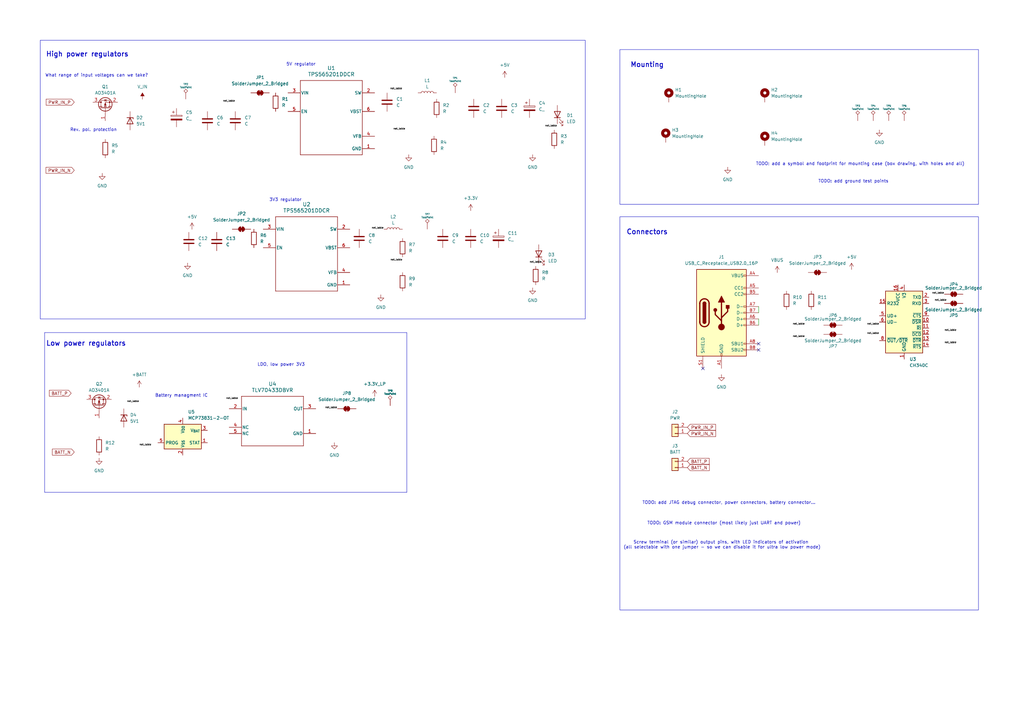
<source format=kicad_sch>
(kicad_sch (version 20231120) (generator "eeschema") (generator_version "8.0")
  (paper "A3")
  (title_block (title "Power input, misc") (date "2024-07-30") (rev "v0.1") (company "Aleksa Heler"))
  (lib_symbols
    (symbol "Battery_Management:MCP73831-2-OT"
      (property "Reference" "U" (at -7.62 6.35 0))
      (property "Value" "MCP73831-2-OT" (at 1.27 6.35 0))
      (symbol "MCP73831-2-OT_0_1"
        (rectangle (start -7.62 5.08) (end 7.62 -5.08) (stroke (width 0.254)) (fill (type background)))
      )
      (symbol "MCP73831-2-OT_1_1"
        (pin tri_state line (at 10.16 -2.54 180) (length 2.54) (name "STAT") (number "1"))
        (pin power_in line (at 0 -7.62 90) (length 2.54) (name "V_{SS}") (number "2"))
        (pin power_out line (at 10.16 2.54 180) (length 2.54) (name "V_{BAT}") (number "3"))
        (pin power_in line (at 0 7.62 270) (length 2.54) (name "V_{DD}") (number "4"))
        (pin input line (at -10.16 -2.54 0) (length 2.54) (name "PROG") (number "5"))
      )
    )
    (symbol "Connector:TestPoint_Alt" (pin_numbers hide) (pin_names (offset 0.762) hide)
      (property "Reference" "TP" (at 0 6.858 0))
      (property "Value" "TestPoint_Alt" (at 0 5.08 0))
      (symbol "TestPoint_Alt_0_1"
        (polyline (pts (xy 0 2.54) (xy -0.762 3.302) (xy 0 4.064) (xy 0.762 3.302) (xy 0 2.54)))
      )
      (symbol "TestPoint_Alt_1_1"
        (pin passive line (at 0 0 90) (length 2.54) (name "1") (number "1"))
      )
    )
    (symbol "Connector:USB_C_Receptacle_USB2.0_16P" (pin_names (offset 1.016))
      (property "Reference" "J" (at 0 22.225 0))
      (property "Value" "USB_C_Receptacle_USB2.0_16P" (at 0 19.685 0))
      (symbol "USB_C_Receptacle_USB2.0_16P_0_0"
        (rectangle (start -0.254 -17.78) (end 0.254 -16.764))
        (rectangle (start 10.16 -14.986) (end 9.144 -15.494))
        (rectangle (start 10.16 -12.446) (end 9.144 -12.954))
        (rectangle (start 10.16 -4.826) (end 9.144 -5.334))
        (rectangle (start 10.16 -2.286) (end 9.144 -2.794))
        (rectangle (start 10.16 0.254) (end 9.144 -0.254))
        (rectangle (start 10.16 2.794) (end 9.144 2.286))
        (rectangle (start 10.16 7.874) (end 9.144 7.366))
        (rectangle (start 10.16 10.414) (end 9.144 9.906))
        (rectangle (start 10.16 15.494) (end 9.144 14.986))
      )
      (symbol "USB_C_Receptacle_USB2.0_16P_0_1"
        (rectangle (start -10.16 17.78) (end 10.16 -17.78) (stroke (width 0.254)) (fill (type background)))
        (arc (start -8.89 -3.81) (mid -6.985 -5.7067) (end -5.08 -3.81) (stroke (width 0.508)))
        (arc (start -7.62 -3.81) (mid -6.985 -4.4423) (end -6.35 -3.81) (stroke (width 0.254)))
        (arc (start -7.62 -3.81) (mid -6.985 -4.4423) (end -6.35 -3.81) (stroke (width 0.254)) (fill (type outline)))
        (rectangle (start -7.62 -3.81) (end -6.35 3.81) (stroke (width 0.254)) (fill (type outline)))
        (arc (start -6.35 3.81) (mid -6.985 4.4423) (end -7.62 3.81) (stroke (width 0.254)))
        (arc (start -6.35 3.81) (mid -6.985 4.4423) (end -7.62 3.81) (stroke (width 0.254)) (fill (type outline)))
        (arc (start -5.08 3.81) (mid -6.985 5.7067) (end -8.89 3.81) (stroke (width 0.508)))
        (circle (center -2.54 1.143) (radius 0.635) (stroke (width 0.254)) (fill (type outline)))
        (circle (center 0 -5.842) (radius 1.27) (fill (type outline)))
        (polyline (pts (xy -8.89 -3.81) (xy -8.89 3.81)) (stroke (width 0.508)))
        (polyline (pts (xy -5.08 3.81) (xy -5.08 -3.81)) (stroke (width 0.508)))
        (polyline (pts (xy 0 -5.842) (xy 0 4.318)) (stroke (width 0.508)))
        (polyline (pts (xy 0 -3.302) (xy -2.54 -0.762) (xy -2.54 0.508)) (stroke (width 0.508)))
        (polyline (pts (xy 0 -2.032) (xy 2.54 0.508) (xy 2.54 1.778)) (stroke (width 0.508)))
        (polyline (pts (xy -1.27 4.318) (xy 0 6.858) (xy 1.27 4.318) (xy -1.27 4.318)) (stroke (width 0.254)) (fill (type outline)))
        (rectangle (start 1.905 1.778) (end 3.175 3.048) (stroke (width 0.254)) (fill (type outline)))
      )
      (symbol "USB_C_Receptacle_USB2.0_16P_1_1"
        (pin passive line (at 0 -22.86 90) (length 5.08) (name "GND") (number "A1"))
        (pin passive line (at 0 -22.86 90) (length 5.08) hide (name "GND") (number "A12"))
        (pin passive line (at 15.24 15.24 180) (length 5.08) (name "VBUS") (number "A4"))
        (pin bidirectional line (at 15.24 10.16 180) (length 5.08) (name "CC1") (number "A5"))
        (pin bidirectional line (at 15.24 -2.54 180) (length 5.08) (name "D+") (number "A6"))
        (pin bidirectional line (at 15.24 2.54 180) (length 5.08) (name "D-") (number "A7"))
        (pin bidirectional line (at 15.24 -12.7 180) (length 5.08) (name "SBU1") (number "A8"))
        (pin passive line (at 15.24 15.24 180) (length 5.08) hide (name "VBUS") (number "A9"))
        (pin passive line (at 0 -22.86 90) (length 5.08) hide (name "GND") (number "B1"))
        (pin passive line (at 0 -22.86 90) (length 5.08) hide (name "GND") (number "B12"))
        (pin passive line (at 15.24 15.24 180) (length 5.08) hide (name "VBUS") (number "B4"))
        (pin bidirectional line (at 15.24 7.62 180) (length 5.08) (name "CC2") (number "B5"))
        (pin bidirectional line (at 15.24 -5.08 180) (length 5.08) (name "D+") (number "B6"))
        (pin bidirectional line (at 15.24 0 180) (length 5.08) (name "D-") (number "B7"))
        (pin bidirectional line (at 15.24 -15.24 180) (length 5.08) (name "SBU2") (number "B8"))
        (pin passive line (at 15.24 15.24 180) (length 5.08) hide (name "VBUS") (number "B9"))
        (pin passive line (at -7.62 -22.86 90) (length 5.08) (name "SHIELD") (number "S1"))
      )
    )
    (symbol "Connector_Generic:Conn_01x02" (pin_names (offset 1.016) hide)
      (property "Reference" "J" (at 0 2.54 0))
      (property "Value" "Conn_01x02" (at 0 -5.08 0))
      (symbol "Conn_01x02_1_1"
        (rectangle (start -1.27 -2.413) (end 0 -2.667) (stroke (width 0.1524)))
        (rectangle (start -1.27 0.127) (end 0 -0.127) (stroke (width 0.1524)))
        (rectangle (start -1.27 1.27) (end 1.27 -3.81) (stroke (width 0.254)) (fill (type background)))
        (pin passive line (at -5.08 0 0) (length 3.81) (name "Pin_1") (number "1"))
        (pin passive line (at -5.08 -2.54 0) (length 3.81) (name "Pin_2") (number "2"))
      )
    )
    (symbol "Device:C" (pin_numbers hide) (pin_names (offset 0.254))
      (property "Reference" "C" (at 0.635 2.54 0))
      (property "Value" "C" (at 0.635 -2.54 0))
      (symbol "C_0_1"
        (polyline (pts (xy -2.032 -0.762) (xy 2.032 -0.762)) (stroke (width 0.508)))
        (polyline (pts (xy -2.032 0.762) (xy 2.032 0.762)) (stroke (width 0.508)))
      )
      (symbol "C_1_1"
        (pin passive line (at 0 3.81 270) (length 2.794) (name "~") (number "1"))
        (pin passive line (at 0 -3.81 90) (length 2.794) (name "~") (number "2"))
      )
    )
    (symbol "Device:C_Polarized" (pin_numbers hide) (pin_names (offset 0.254))
      (property "Reference" "C" (at 0.635 2.54 0))
      (property "Value" "C_Polarized" (at 0.635 -2.54 0))
      (symbol "C_Polarized_0_1"
        (rectangle (start -2.286 0.508) (end 2.286 1.016))
        (polyline (pts (xy -1.778 2.286) (xy -0.762 2.286)))
        (polyline (pts (xy -1.27 2.794) (xy -1.27 1.778)))
        (rectangle (start 2.286 -0.508) (end -2.286 -1.016) (fill (type outline)))
      )
      (symbol "C_Polarized_1_1"
        (pin passive line (at 0 3.81 270) (length 2.794) (name "~") (number "1"))
        (pin passive line (at 0 -3.81 90) (length 2.794) (name "~") (number "2"))
      )
    )
    (symbol "Device:D_Zener" (pin_numbers hide) (pin_names (offset 1.016) hide)
      (property "Reference" "D" (at 0 2.54 0))
      (property "Value" "D_Zener" (at 0 -2.54 0))
      (symbol "D_Zener_0_1"
        (polyline (pts (xy 1.27 0) (xy -1.27 0)))
        (polyline (pts (xy -1.27 -1.27) (xy -1.27 1.27) (xy -0.762 1.27)) (stroke (width 0.254)))
        (polyline (pts (xy 1.27 -1.27) (xy 1.27 1.27) (xy -1.27 0) (xy 1.27 -1.27)) (stroke (width 0.254)))
      )
      (symbol "D_Zener_1_1"
        (pin passive line (at -3.81 0 0) (length 2.54) (name "K") (number "1"))
        (pin passive line (at 3.81 0 180) (length 2.54) (name "A") (number "2"))
      )
    )
    (symbol "Device:L" (pin_numbers hide) (pin_names (offset 1.016) hide)
      (property "Reference" "L" (at -1.27 0 90))
      (property "Value" "L" (at 1.905 0 90))
      (symbol "L_0_1"
        (arc (start 0 -2.54) (mid 0.6323 -1.905) (end 0 -1.27))
        (arc (start 0 -1.27) (mid 0.6323 -0.635) (end 0 0))
        (arc (start 0 0) (mid 0.6323 0.635) (end 0 1.27))
        (arc (start 0 1.27) (mid 0.6323 1.905) (end 0 2.54))
      )
      (symbol "L_1_1"
        (pin passive line (at 0 3.81 270) (length 1.27) (name "1") (number "1"))
        (pin passive line (at 0 -3.81 90) (length 1.27) (name "2") (number "2"))
      )
    )
    (symbol "Device:LED" (pin_numbers hide) (pin_names (offset 1.016) hide)
      (property "Reference" "D" (at 0 2.54 0))
      (property "Value" "LED" (at 0 -2.54 0))
      (symbol "LED_0_1"
        (polyline (pts (xy -1.27 -1.27) (xy -1.27 1.27)) (stroke (width 0.254)))
        (polyline (pts (xy -1.27 0) (xy 1.27 0)))
        (polyline (pts (xy 1.27 -1.27) (xy 1.27 1.27) (xy -1.27 0) (xy 1.27 -1.27)) (stroke (width 0.254)))
        (polyline (pts (xy -3.048 -0.762) (xy -4.572 -2.286) (xy -3.81 -2.286) (xy -4.572 -2.286) (xy -4.572 -1.524)))
        (polyline (pts (xy -1.778 -0.762) (xy -3.302 -2.286) (xy -2.54 -2.286) (xy -3.302 -2.286) (xy -3.302 -1.524)))
      )
      (symbol "LED_1_1"
        (pin passive line (at -3.81 0 0) (length 2.54) (name "K") (number "1"))
        (pin passive line (at 3.81 0 180) (length 2.54) (name "A") (number "2"))
      )
    )
    (symbol "Device:R" (pin_numbers hide) (pin_names (offset 0))
      (property "Reference" "R" (at 2.032 0 90))
      (property "Value" "R" (at 0 0 90))
      (symbol "R_0_1"
        (rectangle (start -1.016 -2.54) (end 1.016 2.54) (stroke (width 0.254)))
      )
      (symbol "R_1_1"
        (pin passive line (at 0 3.81 270) (length 1.27) (name "~") (number "1"))
        (pin passive line (at 0 -3.81 90) (length 1.27) (name "~") (number "2"))
      )
    )
    (symbol "Interface_USB:CH340C"
      (property "Reference" "U" (at -5.08 13.97 0))
      (property "Value" "CH340C" (at 1.27 13.97 0))
      (symbol "CH340C_0_1"
        (rectangle (start -7.62 12.7) (end 7.62 -12.7) (stroke (width 0.254)) (fill (type background)))
      )
      (symbol "CH340C_1_1"
        (pin power_in line (at 0 -15.24 90) (length 2.54) (name "GND") (number "1"))
        (pin input line (at 10.16 0 180) (length 2.54) (name "~{DSR}") (number "10"))
        (pin input line (at 10.16 -2.54 180) (length 2.54) (name "~{RI}") (number "11"))
        (pin input line (at 10.16 -5.08 180) (length 2.54) (name "~{DCD}") (number "12"))
        (pin output line (at 10.16 -7.62 180) (length 2.54) (name "~{DTR}") (number "13"))
        (pin output line (at 10.16 -10.16 180) (length 2.54) (name "~{RTS}") (number "14"))
        (pin input line (at -10.16 7.62 0) (length 2.54) (name "R232") (number "15"))
        (pin power_in line (at -2.54 15.24 270) (length 2.54) (name "VCC") (number "16"))
        (pin output line (at 10.16 10.16 180) (length 2.54) (name "TXD") (number "2"))
        (pin input line (at 10.16 7.62 180) (length 2.54) (name "RXD") (number "3"))
        (pin power_out line (at 0 15.24 270) (length 2.54) (name "V3") (number "4"))
        (pin bidirectional line (at -10.16 2.54 0) (length 2.54) (name "UD+") (number "5"))
        (pin bidirectional line (at -10.16 0 0) (length 2.54) (name "UD-") (number "6"))
        (pin no_connect line (at -7.62 -5.08 0) (length 2.54) hide (name "NC") (number "7"))
        (pin output line (at -10.16 -7.62 0) (length 2.54) (name "~{OUT}/~{DTR}") (number "8"))
        (pin input line (at 10.16 2.54 180) (length 2.54) (name "~{CTS}") (number "9"))
      )
    )
    (symbol "Jumper:SolderJumper_2_Bridged" (pin_numbers hide) (pin_names (offset 0) hide) (exclude_from_sim yes) (in_bom no)
      (property "Reference" "JP" (at 0 2.032 0))
      (property "Value" "SolderJumper_2_Bridged" (at 0 -2.54 0))
      (symbol "SolderJumper_2_Bridged_0_1"
        (rectangle (start -0.508 0.508) (end 0.508 -0.508) (fill (type outline)))
        (arc (start -0.254 1.016) (mid -1.2656 0) (end -0.254 -1.016))
        (arc (start -0.254 1.016) (mid -1.2656 0) (end -0.254 -1.016) (fill (type outline)))
        (polyline (pts (xy -0.254 1.016) (xy -0.254 -1.016)))
        (polyline (pts (xy 0.254 1.016) (xy 0.254 -1.016)))
        (arc (start 0.254 -1.016) (mid 1.2656 0) (end 0.254 1.016))
        (arc (start 0.254 -1.016) (mid 1.2656 0) (end 0.254 1.016) (fill (type outline)))
      )
      (symbol "SolderJumper_2_Bridged_1_1"
        (pin passive line (at -3.81 0 0) (length 2.54) (name "A") (number "1"))
        (pin passive line (at 3.81 0 180) (length 2.54) (name "B") (number "2"))
      )
    )
    (symbol "Mechanical:MountingHole_Pad" (pin_numbers hide) (pin_names (offset 1.016) hide) (exclude_from_sim yes) (in_bom no)
      (property "Reference" "H" (at 0 6.35 0))
      (property "Value" "MountingHole_Pad" (at 0 4.445 0))
      (symbol "MountingHole_Pad_0_1"
        (circle (center 0 1.27) (radius 1.27) (stroke (width 1.27)))
      )
      (symbol "MountingHole_Pad_1_1"
        (pin input line (at 0 -2.54 90) (length 2.54) (name "1") (number "1"))
      )
    )
    (symbol "TLV70433DBVR:TLV70433DBVR" (pin_names (offset 0.254))
      (property "Reference" "U" (at 0 2.54 0))
      (property "Value" "TLV70433DBVR" (at 0 0 0))
      (symbol "TLV70433DBVR_0_1"
        (polyline (pts (xy -12.7 -10.16) (xy 12.7 -10.16)) (stroke (width 0.2032)))
        (polyline (pts (xy -12.7 10.16) (xy -12.7 -10.16)) (stroke (width 0.2032)))
        (polyline (pts (xy 12.7 -10.16) (xy 12.7 10.16)) (stroke (width 0.2032)))
        (polyline (pts (xy 12.7 10.16) (xy -12.7 10.16)) (stroke (width 0.2032)))
        (pin power_in line (at 17.78 -5.08 180) (length 5.08) (name "GND") (number "1"))
        (pin power_in line (at -17.78 5.08 0) (length 5.08) (name "IN") (number "2"))
        (pin power_in line (at 17.78 5.08 180) (length 5.08) (name "OUT") (number "3"))
        (pin unspecified line (at -17.78 -2.54 0) (length 5.08) (name "NC") (number "4"))
        (pin unspecified line (at -17.78 -5.08 0) (length 5.08) (name "NC") (number "5"))
      )
    )
    (symbol "TPS565201DDCR:TPS565201DDCR" (pin_names (offset 0.254))
      (property "Reference" "U" (at 0 2.54 0))
      (property "Value" "TPS565201DDCR" (at 0 0 0))
      (symbol "TPS565201DDCR_0_1"
        (polyline (pts (xy -12.7 -15.24) (xy 12.7 -15.24)) (stroke (width 0.2032)))
        (polyline (pts (xy -12.7 15.24) (xy -12.7 -15.24)) (stroke (width 0.2032)))
        (polyline (pts (xy 12.7 -15.24) (xy 12.7 15.24)) (stroke (width 0.2032)))
        (polyline (pts (xy 12.7 15.24) (xy -12.7 15.24)) (stroke (width 0.2032)))
        (pin power_in line (at 17.78 -12.7 180) (length 5.08) (name "GND") (number "1"))
        (pin power_in line (at 17.78 10.16 180) (length 5.08) (name "SW") (number "2"))
        (pin power_in line (at -17.78 10.16 0) (length 5.08) (name "VIN") (number "3"))
        (pin input line (at 17.78 -7.62 180) (length 5.08) (name "VFB") (number "4"))
        (pin input line (at -17.78 2.54 0) (length 5.08) (name "EN") (number "5"))
        (pin power_in line (at 17.78 2.54 180) (length 5.08) (name "VBST") (number "6"))
      )
    )
    (symbol "Transistor_FET:AO3401A" (pin_names hide)
      (property "Reference" "Q" (at 5.08 1.905 0))
      (property "Value" "AO3401A" (at 5.08 0 0))
      (symbol "AO3401A_0_1"
        (polyline (pts (xy 0.254 0) (xy -2.54 0)))
        (polyline (pts (xy 0.254 1.905) (xy 0.254 -1.905)) (stroke (width 0.254)))
        (polyline (pts (xy 0.762 -1.27) (xy 0.762 -2.286)) (stroke (width 0.254)))
        (polyline (pts (xy 0.762 0.508) (xy 0.762 -0.508)) (stroke (width 0.254)))
        (polyline (pts (xy 0.762 2.286) (xy 0.762 1.27)) (stroke (width 0.254)))
        (polyline (pts (xy 2.54 2.54) (xy 2.54 1.778)))
        (polyline (pts (xy 2.54 -2.54) (xy 2.54 0) (xy 0.762 0)))
        (polyline (pts (xy 0.762 1.778) (xy 3.302 1.778) (xy 3.302 -1.778) (xy 0.762 -1.778)))
        (polyline (pts (xy 2.286 0) (xy 1.27 0.381) (xy 1.27 -0.381) (xy 2.286 0)) (fill (type outline)))
        (polyline (pts (xy 2.794 -0.508) (xy 2.921 -0.381) (xy 3.683 -0.381) (xy 3.81 -0.254)))
        (polyline (pts (xy 3.302 -0.381) (xy 2.921 0.254) (xy 3.683 0.254) (xy 3.302 -0.381)))
        (circle (center 1.651 0) (radius 2.794) (stroke (width 0.254)))
        (circle (center 2.54 -1.778) (radius 0.254) (fill (type outline)))
        (circle (center 2.54 1.778) (radius 0.254) (fill (type outline)))
      )
      (symbol "AO3401A_1_1"
        (pin input line (at -5.08 0 0) (length 2.54) (name "G") (number "1"))
        (pin passive line (at 2.54 -5.08 90) (length 2.54) (name "S") (number "2"))
        (pin passive line (at 2.54 5.08 270) (length 2.54) (name "D") (number "3"))
      )
    )
    (symbol "power:+3.3V" (power) (pin_numbers hide) (pin_names (offset 0) hide)
      (property "Value" "+3.3V" (at 0 3.556 0))
      (symbol "+3.3V_0_1"
        (polyline (pts (xy -0.762 1.27) (xy 0 2.54)))
        (polyline (pts (xy 0 0) (xy 0 2.54)))
        (polyline (pts (xy 0 2.54) (xy 0.762 1.27)))
      )
      (symbol "+3.3V_1_1"
        (pin power_in line (at 0 0 90) (length 0) (name "~") (number "1"))
      )
    )
    (symbol "power:+3.3VP" (power) (pin_numbers hide) (pin_names (offset 0) hide)
      (property "Value" "+3.3VP" (at 0 3.556 0))
      (symbol "+3.3VP_0_0"
        (pin power_in line (at 0 0 90) (length 0) (name "~") (number "1"))
      )
      (symbol "+3.3VP_0_1"
        (polyline (pts (xy -0.762 1.27) (xy 0 2.54)))
        (polyline (pts (xy 0 0) (xy 0 2.54)))
        (polyline (pts (xy 0 2.54) (xy 0.762 1.27)))
      )
    )
    (symbol "power:+5V" (power) (pin_numbers hide) (pin_names (offset 0) hide)
      (property "Value" "+5V" (at 0 3.556 0))
      (symbol "+5V_0_1"
        (polyline (pts (xy -0.762 1.27) (xy 0 2.54)))
        (polyline (pts (xy 0 0) (xy 0 2.54)))
        (polyline (pts (xy 0 2.54) (xy 0.762 1.27)))
      )
      (symbol "+5V_1_1"
        (pin power_in line (at 0 0 90) (length 0) (name "~") (number "1"))
      )
    )
    (symbol "power:+BATT" (power) (pin_numbers hide) (pin_names (offset 0) hide)
      (property "Value" "+BATT" (at 0 3.556 0))
      (symbol "+BATT_0_1"
        (polyline (pts (xy -0.762 1.27) (xy 0 2.54)))
        (polyline (pts (xy 0 0) (xy 0 2.54)))
        (polyline (pts (xy 0 2.54) (xy 0.762 1.27)))
      )
      (symbol "+BATT_1_1"
        (pin power_in line (at 0 0 90) (length 0) (name "~") (number "1"))
      )
    )
    (symbol "power:GND" (power) (pin_numbers hide) (pin_names (offset 0) hide)
      (property "Value" "GND" (at 0 -3.81 0))
      (symbol "GND_0_1"
        (polyline (pts (xy 0 0) (xy 0 -1.27) (xy 1.27 -1.27) (xy 0 -2.54) (xy -1.27 -1.27) (xy 0 -1.27)))
      )
      (symbol "GND_1_1"
        (pin power_in line (at 0 0 270) (length 0) (name "~") (number "1"))
      )
    )
    (symbol "power:VBUS" (power) (pin_numbers hide) (pin_names (offset 0) hide)
      (property "Value" "VBUS" (at 0 3.556 0))
      (symbol "VBUS_0_1"
        (polyline (pts (xy -0.762 1.27) (xy 0 2.54)))
        (polyline (pts (xy 0 0) (xy 0 2.54)))
        (polyline (pts (xy 0 2.54) (xy 0.762 1.27)))
      )
      (symbol "VBUS_1_1"
        (pin power_in line (at 0 0 90) (length 0) (name "~") (number "1"))
      )
    )
    (symbol "power:VCOM" (power) (pin_numbers hide) (pin_names (offset 0) hide)
      (property "Value" "VCOM" (at 0 3.556 0))
      (symbol "VCOM_0_1"
        (polyline (pts (xy 0 0) (xy 0 2.54)))
        (polyline (pts (xy 0.762 1.27) (xy -0.762 1.27) (xy 0 2.54) (xy 0.762 1.27)) (fill (type outline)))
      )
      (symbol "VCOM_1_1"
        (pin power_in line (at 0 0 90) (length 0) (name "~") (number "1"))
      )
    )
  )
  (no_connect (at 288.29 151.13))
  (no_connect (at 311.15 140.97))
  (no_connect (at 311.15 143.51))
  (wire (pts (xy 311.15 125.73) (xy 311.15 128.27)))
  (wire (pts (xy 311.15 130.81) (xy 311.15 133.35)))
  (rectangle (start 254.254 88.9) (end 401.32 250.19))
  (rectangle (start 254.254 20.32) (end 401.32 83.82))
  (rectangle (start 16.51 16.51) (end 240.03 130.81))
  (rectangle (start 18.288 136.398) (end 166.878 201.93))
  (text "Battery managment IC" (at 74.422 162.306 0) (effects (font (size 1.27 1.27))))
  (text "Screw terminal (or similar) output pins, with LED indicators of activation \n(all selectable with one jumper - so we can disable it for ultra low power mode)" (at 296.164 223.52 0) (effects (font (size 1.27 1.27))))
  (text "5V regulator" (at 123.444 26.416 0) (effects (font (size 1.27 1.27))))
  (text "LDO, low power 3V3" (at 115.316 149.606 0) (effects (font (size 1.27 1.27))))
  (text "Connectors" (at 265.43 95.25 0) (effects (font (size 2 2) (thickness 0.32) (bold yes))))
  (text "TODO: add a symbol and footprint for mounting case (box drawing, with holes and all)" (at 352.806 67.31 0) (effects (font (size 1.27 1.27))))
  (text "Low power regulators" (at 35.306 140.97 0) (effects (font (size 2 2) (thickness 0.32) (bold yes))))
  (text "Mounting" (at 265.43 26.67 0) (effects (font (size 2 2) (thickness 0.32) (bold yes))))
  (text "3V3 regulator" (at 117.094 82.042 0) (effects (font (size 1.27 1.27))))
  (text "TODO: GSM module connector (most likely just UART and power)" (at 296.926 214.63 0) (effects (font (size 1.27 1.27))))
  (text "What range of input voltages can we take?" (at 39.624 30.988 0) (effects (font (size 1.27 1.27))))
  (text "Rev. pol. protection" (at 38.354 53.34 0) (effects (font (size 1.27 1.27))))
  (text "TODO: add JTAG debug connector, power connectors, battery connector..." (at 298.958 206.248 0) (effects (font (size 1.27 1.27))))
  (text "TODO: add ground test points" (at 350.012 74.422 0) (effects (font (size 1.27 1.27))))
  (text "High power regulators" (at 35.814 22.352 0) (effects (font (size 2 2) (thickness 0.32) (bold yes))))
  (label "net_lable" (at 52.07 165.1 0) (effects (font (size 0.7 0.7))))
  (label "net_lable" (at 91.44 41.91 0) (effects (font (size 0.7 0.7))))
  (label "net_lable" (at 133.35 167.64 0) (effects (font (size 0.7 0.7))))
  (label "net_lable" (at 223.52 52.07 0) (effects (font (size 0.7 0.7))))
  (label "net_lable" (at 355.6 137.16 0) (effects (font (size 0.7 0.7))))
  (label "net_lable" (at 383.2881 123.5609 0) (effects (font (size 0.7 0.7))))
  (label "net_lable" (at 160.106 107.0366 0) (effects (font (size 0.7 0.7))))
  (label "net_lable" (at 387.35 135.89 0) (effects (font (size 0.7 0.7))))
  (label "net_lable" (at 161.29 53.34 0) (effects (font (size 0.7 0.7))))
  (label "net_lable" (at 92.71 163.83 0) (effects (font (size 0.7 0.7))))
  (label "net_lable" (at 160.02 36.83 0) (effects (font (size 0.7 0.7))))
  (label "net_lable" (at 355.6 133.35 0) (effects (font (size 0.7 0.7))))
  (label "net_lable" (at 57.15 182.88 0) (effects (font (size 0.7 0.7))))
  (label "net_lable" (at 382.27 120.65 0) (effects (font (size 0.7 0.7))))
  (label "net_lable" (at 152.4 93.98 0) (effects (font (size 0.7 0.7))))
  (label "net_lable" (at 325.12 138.43 0) (effects (font (size 0.7 0.7))))
  (label "net_lable" (at 217.17 107.95 0) (effects (font (size 0.7 0.7))))
  (label "net_lable" (at 387.35 140.97 0) (effects (font (size 0.7 0.7))))
  (label "net_lable" (at 325.12 133.35 0) (effects (font (size 0.7 0.7))))
  (global_label "BATT_N" (shape input) (at 281.94 191.77 0) (property "Intersheetrefs" "${INTERSHEET_REFS}" (effects (hide yes))))
  (global_label "BATT_P" (shape input) (at 29.21 161.29 180) (property "Intersheetrefs" "${INTERSHEET_REFS}" (effects (hide yes))))
  (global_label "PWR_IN_N" (shape input) (at 281.94 177.8 0) (property "Intersheetrefs" "${INTERSHEET_REFS}" (effects (hide yes))))
  (global_label "BATT_N" (shape input) (at 30.48 185.42 180) (property "Intersheetrefs" "${INTERSHEET_REFS}" (effects (hide yes))))
  (global_label "PWR_IN_P" (shape input) (at 281.94 175.26 0) (property "Intersheetrefs" "${INTERSHEET_REFS}" (effects (hide yes))))
  (global_label "PWR_IN_N" (shape input) (at 30.48 69.85 180) (property "Intersheetrefs" "${INTERSHEET_REFS}" (effects (hide yes))))
  (global_label "BATT_P" (shape input) (at 281.94 189.23 0) (property "Intersheetrefs" "${INTERSHEET_REFS}" (effects (hide yes))))
  (global_label "PWR_IN_P" (shape input) (at 30.48 41.91 180) (property "Intersheetrefs" "${INTERSHEET_REFS}" (effects (hide yes))))
  (symbol (lib_id "Connector:TestPoint_Alt") (at 160.02 166.37 0) (unit 1)
    (property "Reference" "TP8" (at 160.02 160.274 0) (effects (font (size 0.7 0.7))))
    (property "Value" "TestPoint" (at 160.02 161.544 0) (effects (font (size 0.7 0.7))))
    (property "Footprint" "TestPoint:TestPoint_Pad_D2.0mm" (effects (hide yes)))
    (property "Description" "test point (alternative shape)" (effects (hide yes)))
  )
  (symbol (lib_id "power:GND") (at 76.9241 107.9107 0) (unit 1)
    (property "Reference" "#PWR010" (effects (hide yes)))
    (property "Value" "GND" (at 76.9241 112.9907 0))
    (property "Description" "Power symbol creates a global label with name \"GND\" , ground" (effects (hide yes)))
  )
  (symbol (lib_id "power:GND") (at 167.64 63.5 0) (unit 1)
    (property "Reference" "#PWR04" (effects (hide yes)))
    (property "Value" "GND" (at 167.64 68.58 0))
    (property "Description" "Power symbol creates a global label with name \"GND\" , ground" (effects (hide yes)))
  )
  (symbol (lib_id "Mechanical:MountingHole_Pad") (at 274.32 39.37 0) (unit 1) (exclude_from_sim yes) (in_bom no)
    (property "Reference" "H1" (at 276.86 36.8299 0) (effects (justify left)))
    (property "Value" "MountingHole" (at 276.86 39.3699 0) (effects (justify left)))
    (property "Description" "Mounting Hole with connection" (effects (hide yes)))
  )
  (symbol (lib_id "Device:R") (at 165.1 115.57 0) (unit 1)
    (property "Reference" "R9" (at 167.64 114.2999 0) (effects (justify left)))
    (property "Value" "R" (at 167.64 116.8399 0) (effects (justify left)))
    (property "Footprint" "Resistor_SMD:R_0805_2012Metric" (effects (hide yes)))
    (property "Description" "Resistor" (effects (hide yes)))
  )
  (symbol (lib_id "Connector:TestPoint_Alt") (at 351.79 49.53 0) (unit 1)
    (property "Reference" "TP3" (at 351.79 43.434 0) (effects (font (size 0.7 0.7))))
    (property "Value" "TestPoint" (at 351.79 44.704 0) (effects (font (size 0.7 0.7))))
    (property "Footprint" "TestPoint:TestPoint_Pad_D2.0mm" (effects (hide yes)))
    (property "Description" "test point (alternative shape)" (effects (hide yes)))
  )
  (symbol (lib_id "Transistor_FET:AO3401A") (at 40.64 166.37 90) (unit 1)
    (property "Reference" "Q2" (at 40.64 157.48 90))
    (property "Value" "AO3401A" (at 40.64 160.02 90))
    (property "Footprint" "Package_TO_SOT_SMD:SOT-23" (effects (hide yes)))
    (property "Datasheet" "http://www.aosmd.com/pdfs/datasheet/AO3401A.pdf" (effects (hide yes)))
    (property "Description" "-4.0A Id, -30V Vds, P-Channel MOSFET, SOT-23" (effects (hide yes)))
  )
  (symbol (lib_id "Jumper:SolderJumper_2_Bridged") (at 391.16 120.65 0) (unit 1) (exclude_from_sim yes) (in_bom no)
    (property "Reference" "JP4" (at 391.16 116.586 0))
    (property "Value" "SolderJumper_2_Bridged" (at 391.16 118.11 0))
    (property "Footprint" "Jumper:SolderJumper-2_P1.3mm_Bridged2Bar_RoundedPad1.0x1.5mm" (effects (hide yes)))
    (property "Description" "Solder Jumper, 2-pole, closed/bridged" (effects (hide yes)))
  )
  (symbol (lib_id "Connector:TestPoint_Alt") (at 175.26 93.98 0) (unit 1)
    (property "Reference" "TP7" (at 175.26 87.884 0) (effects (font (size 0.7 0.7))))
    (property "Value" "TestPoint" (at 175.26 89.154 0) (effects (font (size 0.7 0.7))))
    (property "Footprint" "TestPoint:TestPoint_Pad_D2.0mm" (effects (hide yes)))
    (property "Description" "test point (alternative shape)" (effects (hide yes)))
  )
  (symbol (lib_id "power:GND") (at 295.91 153.67 0) (unit 1)
    (property "Reference" "#PWR015" (effects (hide yes)))
    (property "Value" "GND" (at 295.91 158.75 0))
    (property "Description" "Power symbol creates a global label with name \"GND\" , ground" (effects (hide yes)))
  )
  (symbol (lib_id "Device:R") (at 43.18 60.96 0) (unit 1)
    (property "Reference" "R5" (at 45.72 59.6899 0) (effects (justify left)))
    (property "Value" "R" (at 45.72 62.2299 0) (effects (justify left)))
    (property "Footprint" "Resistor_SMD:R_0805_2012Metric" (effects (hide yes)))
    (property "Description" "Resistor" (effects (hide yes)))
  )
  (symbol (lib_id "Device:D_Zener") (at 50.8 171.45 270) (unit 1)
    (property "Reference" "D4" (at 53.34 170.1799 90) (effects (justify left)))
    (property "Value" "5V1" (at 53.34 172.7199 90) (effects (justify left)))
    (property "Footprint" "Diode_SMD:D_SOD-123" (effects (hide yes)))
    (property "Description" "Zener diode" (effects (hide yes)))
  )
  (symbol (lib_id "Mechanical:MountingHole_Pad") (at 313.69 39.37 0) (unit 1) (exclude_from_sim yes) (in_bom no)
    (property "Reference" "H2" (at 316.23 36.8299 0) (effects (justify left)))
    (property "Value" "MountingHole" (at 316.23 39.3699 0) (effects (justify left)))
    (property "Description" "Mounting Hole with connection" (effects (hide yes)))
  )
  (symbol (lib_id "Device:R") (at 178.013 59.6335 0) (unit 1)
    (property "Reference" "R4" (at 180.553 58.3634 0) (effects (justify left)))
    (property "Value" "R" (at 180.553 60.9034 0) (effects (justify left)))
    (property "Footprint" "Resistor_SMD:R_0805_2012Metric" (effects (hide yes)))
    (property "Description" "Resistor" (effects (hide yes)))
  )
  (symbol (lib_id "power:+3.3VP") (at 153.67 162.56 0) (unit 1)
    (property "Reference" "#PWR017" (effects (hide yes)))
    (property "Value" "+3.3V_LP" (at 153.67 157.48 0))
    (property "Description" "Power symbol creates a global label with name \"+3.3VP\"" (effects (hide yes)))
  )
  (symbol (lib_id "Device:R") (at 322.58 123.19 0) (unit 1)
    (property "Reference" "R10" (at 325.12 121.9199 0) (effects (justify left)))
    (property "Value" "R" (at 325.12 124.4599 0) (effects (justify left)))
    (property "Footprint" "Resistor_SMD:R_0805_2012Metric" (effects (hide yes)))
    (property "Description" "Resistor" (effects (hide yes)))
  )
  (symbol (lib_id "Device:R") (at 227.33 57.15 0) (unit 1)
    (property "Reference" "R3" (at 229.87 55.8799 0) (effects (justify left)))
    (property "Value" "R" (at 229.87 58.4199 0) (effects (justify left)))
    (property "Footprint" "Resistor_SMD:R_0805_2012Metric" (effects (hide yes)))
    (property "Description" "Resistor" (effects (hide yes)))
  )
  (symbol (lib_id "Connector:TestPoint_Alt") (at 370.84 49.53 0) (unit 1)
    (property "Reference" "TP6" (at 370.84 43.434 0) (effects (font (size 0.7 0.7))))
    (property "Value" "TestPoint" (at 370.84 44.704 0) (effects (font (size 0.7 0.7))))
    (property "Footprint" "TestPoint:TestPoint_Pad_D2.0mm" (effects (hide yes)))
    (property "Description" "test point (alternative shape)" (effects (hide yes)))
  )
  (symbol (lib_id "TPS565201DDCR:TPS565201DDCR") (at 125.73 104.14 0) (unit 1)
    (property "Reference" "U2" (at 125.73 83.82 0) (effects (font (size 1.524 1.524))))
    (property "Value" "TPS565201DDCR" (at 125.73 86.36 0) (effects (font (size 1.524 1.524))))
    (property "Footprint" "TPS565201DDCR:TPS565201DDCR_L" (effects (hide yes)))
    (property "Datasheet" "TPS565201DDCR" (effects (hide yes)))
  )
  (symbol (lib_id "Device:C") (at 147.32 97.79 0) (unit 1)
    (property "Reference" "C8" (at 151.13 96.5199 0) (effects (justify left)))
    (property "Value" "C" (at 151.13 99.0599 0) (effects (justify left)))
    (property "Footprint" "Capacitor_SMD:C_0805_2012Metric" (effects (hide yes)))
    (property "Description" "Unpolarized capacitor" (effects (hide yes)))
  )
  (symbol (lib_id "TPS565201DDCR:TPS565201DDCR") (at 135.89 48.26 0) (unit 1)
    (property "Reference" "U1" (at 135.89 27.94 0) (effects (font (size 1.524 1.524))))
    (property "Value" "TPS565201DDCR" (at 135.89 30.48 0) (effects (font (size 1.524 1.524))))
    (property "Footprint" "TPS565201DDCR:TPS565201DDCR_L" (effects (hide yes)))
    (property "Datasheet" "TPS565201DDCR" (effects (hide yes)))
  )
  (symbol (lib_id "Device:R") (at 40.64 182.88 0) (unit 1)
    (property "Reference" "R12" (at 43.18 181.6099 0) (effects (justify left)))
    (property "Value" "R" (at 43.18 184.1499 0) (effects (justify left)))
    (property "Footprint" "Resistor_SMD:R_0805_2012Metric" (effects (hide yes)))
    (property "Description" "Resistor" (effects (hide yes)))
  )
  (symbol (lib_id "Jumper:SolderJumper_2_Bridged") (at 99.06 93.98 0) (unit 1) (exclude_from_sim yes) (in_bom no)
    (property "Reference" "JP2" (at 99.06 87.63 0))
    (property "Value" "SolderJumper_2_Bridged" (at 99.06 90.17 0))
    (property "Footprint" "Jumper:SolderJumper-2_P1.3mm_Bridged2Bar_RoundedPad1.0x1.5mm" (effects (hide yes)))
    (property "Description" "Solder Jumper, 2-pole, closed/bridged" (effects (hide yes)))
  )
  (symbol (lib_id "power:+BATT") (at 57.15 158.75 0) (unit 1)
    (property "Reference" "#PWR016" (effects (hide yes)))
    (property "Value" "+BATT" (at 57.15 153.67 0))
    (property "Description" "Power symbol creates a global label with name \"+BATT\"" (effects (hide yes)))
  )
  (symbol (lib_id "Device:L") (at 175.26 38.1 90) (unit 1)
    (property "Reference" "L1" (at 175.26 33.02 90))
    (property "Value" "L" (at 175.26 35.56 90))
    (property "Description" "Inductor" (effects (hide yes)))
  )
  (symbol (lib_id "Device:C") (at 194.31 44.45 0) (unit 1)
    (property "Reference" "C2" (at 198.12 43.1799 0) (effects (justify left)))
    (property "Value" "C" (at 198.12 45.7199 0) (effects (justify left)))
    (property "Footprint" "Capacitor_SMD:C_0805_2012Metric" (effects (hide yes)))
    (property "Description" "Unpolarized capacitor" (effects (hide yes)))
  )
  (symbol (lib_id "Device:C") (at 193.04 97.79 0) (unit 1)
    (property "Reference" "C10" (at 196.85 96.5199 0) (effects (justify left)))
    (property "Value" "C" (at 196.85 99.0599 0) (effects (justify left)))
    (property "Footprint" "Capacitor_SMD:C_0805_2012Metric" (effects (hide yes)))
    (property "Description" "Unpolarized capacitor" (effects (hide yes)))
  )
  (symbol (lib_id "power:VCOM") (at 58.42 40.64 0) (unit 1)
    (property "Reference" "#PWR02" (effects (hide yes)))
    (property "Value" "V_IN" (at 58.42 35.56 0))
    (property "Description" "Power symbol creates a global label with name \"VCOM\"" (effects (hide yes)))
  )
  (symbol (lib_id "power:GND") (at 137.16 181.61 0) (unit 1)
    (property "Reference" "#PWR018" (effects (hide yes)))
    (property "Value" "GND" (at 137.16 186.69 0))
    (property "Description" "Power symbol creates a global label with name \"GND\" , ground" (effects (hide yes)))
  )
  (symbol (lib_id "Device:C") (at 158.75 41.91 0) (unit 1)
    (property "Reference" "C1" (at 162.56 40.6399 0) (effects (justify left)))
    (property "Value" "C" (at 162.56 43.1799 0) (effects (justify left)))
    (property "Footprint" "Capacitor_SMD:C_0805_2012Metric" (effects (hide yes)))
    (property "Description" "Unpolarized capacitor" (effects (hide yes)))
  )
  (symbol (lib_id "Device:R") (at 219.71 113.03 0) (unit 1)
    (property "Reference" "R8" (at 222.25 111.7599 0) (effects (justify left)))
    (property "Value" "R" (at 222.25 114.2999 0) (effects (justify left)))
    (property "Footprint" "Resistor_SMD:R_0805_2012Metric" (effects (hide yes)))
    (property "Description" "Resistor" (effects (hide yes)))
  )
  (symbol (lib_id "Device:R") (at 113.03 41.91 0) (unit 1)
    (property "Reference" "R1" (at 115.57 40.6399 0) (effects (justify left)))
    (property "Value" "R" (at 115.57 43.1799 0) (effects (justify left)))
    (property "Footprint" "Resistor_SMD:R_0805_2012Metric" (effects (hide yes)))
    (property "Description" "Resistor" (effects (hide yes)))
  )
  (symbol (lib_id "Transistor_FET:AO3401A") (at 43.18 44.45 90) (unit 1)
    (property "Reference" "Q1" (at 43.18 35.56 90))
    (property "Value" "AO3401A" (at 43.18 38.1 90))
    (property "Footprint" "Package_TO_SOT_SMD:SOT-23" (effects (hide yes)))
    (property "Datasheet" "http://www.aosmd.com/pdfs/datasheet/AO3401A.pdf" (effects (hide yes)))
    (property "Description" "-4.0A Id, -30V Vds, P-Channel MOSFET, SOT-23" (effects (hide yes)))
  )
  (symbol (lib_id "Connector:TestPoint_Alt") (at 76.2 40.64 0) (unit 1)
    (property "Reference" "TP2" (at 76.2 34.544 0) (effects (font (size 0.7 0.7))))
    (property "Value" "TestPoint" (at 76.2 35.814 0) (effects (font (size 0.7 0.7))))
    (property "Footprint" "TestPoint:TestPoint_Pad_D2.0mm" (effects (hide yes)))
    (property "Description" "test point (alternative shape)" (effects (hide yes)))
  )
  (symbol (lib_id "power:+5V") (at 78.74 93.98 0) (unit 1)
    (property "Reference" "#PWR09" (effects (hide yes)))
    (property "Value" "+5V" (at 78.74 88.9 0))
    (property "Description" "Power symbol creates a global label with name \"+5V\"" (effects (hide yes)))
  )
  (symbol (lib_id "Jumper:SolderJumper_2_Bridged") (at 391.16 124.46 0) (unit 1) (exclude_from_sim yes) (in_bom no)
    (property "Reference" "JP5" (at 391.16 129.286 0))
    (property "Value" "SolderJumper_2_Bridged" (at 391.16 127 0))
    (property "Footprint" "Jumper:SolderJumper-2_P1.3mm_Bridged2Bar_RoundedPad1.0x1.5mm" (effects (hide yes)))
    (property "Description" "Solder Jumper, 2-pole, closed/bridged" (effects (hide yes)))
  )
  (symbol (lib_id "Device:L") (at 161.29 93.98 90) (unit 1)
    (property "Reference" "L2" (at 161.29 88.9 90))
    (property "Value" "L" (at 161.29 91.44 90))
    (property "Description" "Inductor" (effects (hide yes)))
  )
  (symbol (lib_id "Jumper:SolderJumper_2_Bridged") (at 335.28 111.76 0) (unit 1) (exclude_from_sim yes) (in_bom no)
    (property "Reference" "JP3" (at 335.28 105.41 0))
    (property "Value" "SolderJumper_2_Bridged" (at 335.28 107.95 0))
    (property "Footprint" "Jumper:SolderJumper-2_P1.3mm_Bridged2Bar_RoundedPad1.0x1.5mm" (effects (hide yes)))
    (property "Description" "Solder Jumper, 2-pole, closed/bridged" (effects (hide yes)))
  )
  (symbol (lib_id "Mechanical:MountingHole_Pad") (at 313.69 57.15 0) (unit 1) (exclude_from_sim yes) (in_bom no)
    (property "Reference" "H4" (at 316.23 54.6099 0) (effects (justify left)))
    (property "Value" "MountingHole" (at 316.23 57.1499 0) (effects (justify left)))
    (property "Description" "Mounting Hole with connection" (effects (hide yes)))
  )
  (symbol (lib_id "Device:C") (at 181.61 97.79 0) (unit 1)
    (property "Reference" "C9" (at 185.42 96.5199 0) (effects (justify left)))
    (property "Value" "C" (at 185.42 99.0599 0) (effects (justify left)))
    (property "Footprint" "Capacitor_SMD:C_0805_2012Metric" (effects (hide yes)))
    (property "Description" "Unpolarized capacitor" (effects (hide yes)))
  )
  (symbol (lib_id "power:+5V") (at 349.25 110.49 0) (unit 1)
    (property "Reference" "#PWR011" (effects (hide yes)))
    (property "Value" "+5V" (at 349.25 105.41 0))
    (property "Description" "Power symbol creates a global label with name \"+5V\"" (effects (hide yes)))
  )
  (symbol (lib_id "Device:LED") (at 228.6 46.99 90) (unit 1)
    (property "Reference" "D1" (at 232.41 47.3074 90) (effects (justify right)))
    (property "Value" "LED" (at 232.41 49.8474 90) (effects (justify right)))
    (property "Footprint" "LED_SMD:LED_1210_3225Metric" (effects (hide yes)))
    (property "Description" "Light emitting diode" (effects (hide yes)))
  )
  (symbol (lib_id "power:GND") (at 40.64 187.96 0) (unit 1)
    (property "Reference" "#PWR019" (effects (hide yes)))
    (property "Value" "GND" (at 40.64 193.04 0))
    (property "Description" "Power symbol creates a global label with name \"GND\" , ground" (effects (hide yes)))
  )
  (symbol (lib_id "Connector:TestPoint_Alt") (at 186.69 38.1 0) (unit 1)
    (property "Reference" "TP1" (at 186.69 32.004 0) (effects (font (size 0.7 0.7))))
    (property "Value" "TestPoint" (at 186.69 33.274 0) (effects (font (size 0.7 0.7))))
    (property "Footprint" "TestPoint:TestPoint_Pad_D2.0mm" (effects (hide yes)))
    (property "Description" "test point (alternative shape)" (effects (hide yes)))
  )
  (symbol (lib_id "power:+5V") (at 207.01 31.75 0) (unit 1)
    (property "Reference" "#PWR01" (effects (hide yes)))
    (property "Value" "+5V" (at 207.01 26.67 0))
    (property "Description" "Power symbol creates a global label with name \"+5V\"" (effects (hide yes)))
  )
  (symbol (lib_id "Device:C") (at 85.09 49.53 0) (unit 1)
    (property "Reference" "C6" (at 88.9 48.2599 0) (effects (justify left)))
    (property "Value" "C" (at 88.9 50.7999 0) (effects (justify left)))
    (property "Footprint" "Capacitor_SMD:C_0805_2012Metric" (effects (hide yes)))
    (property "Description" "Unpolarized capacitor" (effects (hide yes)))
  )
  (symbol (lib_id "Device:C_Polarized") (at 204.47 97.79 0) (unit 1)
    (property "Reference" "C11" (at 208.28 95.6309 0) (effects (justify left)))
    (property "Value" "C_" (at 208.28 98.1709 0) (effects (justify left)))
    (property "Description" "Polarized capacitor" (effects (hide yes)))
  )
  (symbol (lib_id "Interface_USB:CH340C") (at 370.84 132.08 0) (unit 1)
    (property "Reference" "U3" (at 373.0341 147.32 0) (effects (justify left)))
    (property "Value" "CH340C" (at 373.0341 149.86 0) (effects (justify left)))
    (property "Footprint" "Package_SO:SOIC-16_3.9x9.9mm_P1.27mm" (effects (hide yes)))
    (property "Datasheet" "https://datasheet.lcsc.com/szlcsc/Jiangsu-Qin-Heng-CH340C_C84681.pdf" (effects (hide yes)))
    (property "Description" "USB serial converter, UART, SOIC-16" (effects (hide yes)))
  )
  (symbol (lib_id "Connector_Generic:Conn_01x02") (at 276.86 177.8 180) (unit 1)
    (property "Reference" "J2" (at 276.86 168.91 0))
    (property "Value" "PWR" (at 276.86 171.45 0))
    (property "Description" "Generic connector, single row, 01x02, script generated (kicad-library-utils/schlib/autogen/connector/)" (effects (hide yes)))
  )
  (symbol (lib_id "Jumper:SolderJumper_2_Bridged") (at 341.63 137.16 0) (unit 1) (exclude_from_sim yes) (in_bom no)
    (property "Reference" "JP7" (at 341.63 141.986 0))
    (property "Value" "SolderJumper_2_Bridged" (at 341.63 139.7 0))
    (property "Footprint" "Jumper:SolderJumper-2_P1.3mm_Bridged2Bar_RoundedPad1.0x1.5mm" (effects (hide yes)))
    (property "Description" "Solder Jumper, 2-pole, closed/bridged" (effects (hide yes)))
  )
  (symbol (lib_id "Jumper:SolderJumper_2_Bridged") (at 106.68 38.1 0) (unit 1) (exclude_from_sim yes) (in_bom no)
    (property "Reference" "JP1" (at 106.68 31.75 0))
    (property "Value" "SolderJumper_2_Bridged" (at 106.68 34.29 0))
    (property "Footprint" "Jumper:SolderJumper-2_P1.3mm_Bridged2Bar_RoundedPad1.0x1.5mm" (effects (hide yes)))
    (property "Description" "Solder Jumper, 2-pole, closed/bridged" (effects (hide yes)))
  )
  (symbol (lib_id "Device:C") (at 88.9 99.06 0) (unit 1)
    (property "Reference" "C13" (at 92.71 97.7899 0) (effects (justify left)))
    (property "Value" "C" (at 92.71 100.3299 0) (effects (justify left)))
    (property "Footprint" "Capacitor_SMD:C_0805_2012Metric" (effects (hide yes)))
    (property "Description" "Unpolarized capacitor" (effects (hide yes)))
  )
  (symbol (lib_id "Device:LED") (at 220.98 104.14 90) (unit 1)
    (property "Reference" "D3" (at 224.79 104.4574 90) (effects (justify right)))
    (property "Value" "LED" (at 224.79 106.9974 90) (effects (justify right)))
    (property "Footprint" "LED_SMD:LED_1210_3225Metric" (effects (hide yes)))
    (property "Description" "Light emitting diode" (effects (hide yes)))
  )
  (symbol (lib_id "Device:D_Zener") (at 53.34 49.53 270) (unit 1)
    (property "Reference" "D2" (at 55.88 48.2599 90) (effects (justify left)))
    (property "Value" "5V1" (at 55.88 50.7999 90) (effects (justify left)))
    (property "Footprint" "Diode_SMD:D_SOD-123" (effects (hide yes)))
    (property "Description" "Zener diode" (effects (hide yes)))
  )
  (symbol (lib_id "power:GND") (at 218.44 63.5 0) (unit 1)
    (property "Reference" "#PWR05" (effects (hide yes)))
    (property "Value" "GND" (at 218.44 68.58 0))
    (property "Description" "Power symbol creates a global label with name \"GND\" , ground" (effects (hide yes)))
  )
  (symbol (lib_id "Device:C_Polarized") (at 72.39 48.26 0) (unit 1)
    (property "Reference" "C5" (at 76.2 46.1009 0) (effects (justify left)))
    (property "Value" "C_" (at 76.2 48.6409 0) (effects (justify left)))
    (property "Description" "Polarized capacitor" (effects (hide yes)))
  )
  (symbol (lib_id "Device:C_Polarized") (at 217.17 44.45 0) (unit 1)
    (property "Reference" "C4" (at 220.98 42.2909 0) (effects (justify left)))
    (property "Value" "C_" (at 220.98 44.8309 0) (effects (justify left)))
    (property "Description" "Polarized capacitor" (effects (hide yes)))
  )
  (symbol (lib_id "Connector_Generic:Conn_01x02") (at 276.86 191.77 180) (unit 1)
    (property "Reference" "J3" (at 276.86 182.88 0))
    (property "Value" "BATT" (at 276.86 185.42 0))
    (property "Description" "Generic connector, single row, 01x02, script generated (kicad-library-utils/schlib/autogen/connector/)" (effects (hide yes)))
  )
  (symbol (lib_id "Device:C") (at 96.52 49.53 0) (unit 1)
    (property "Reference" "C7" (at 100.33 48.2599 0) (effects (justify left)))
    (property "Value" "C" (at 100.33 50.7999 0) (effects (justify left)))
    (property "Footprint" "Capacitor_SMD:C_0805_2012Metric" (effects (hide yes)))
    (property "Description" "Unpolarized capacitor" (effects (hide yes)))
  )
  (symbol (lib_id "Device:C") (at 77.47 99.06 0) (unit 1)
    (property "Reference" "C12" (at 81.28 97.7899 0) (effects (justify left)))
    (property "Value" "C" (at 81.28 100.3299 0) (effects (justify left)))
    (property "Footprint" "Capacitor_SMD:C_0805_2012Metric" (effects (hide yes)))
    (property "Description" "Unpolarized capacitor" (effects (hide yes)))
  )
  (symbol (lib_id "power:GND") (at 156.2039 120.9524 0) (unit 1)
    (property "Reference" "#PWR014" (effects (hide yes)))
    (property "Value" "GND" (at 156.2039 126.0324 0))
    (property "Description" "Power symbol creates a global label with name \"GND\" , ground" (effects (hide yes)))
  )
  (symbol (lib_id "Jumper:SolderJumper_2_Bridged") (at 142.24 167.64 0) (unit 1) (exclude_from_sim yes) (in_bom no)
    (property "Reference" "JP8" (at 142.24 161.29 0))
    (property "Value" "SolderJumper_2_Bridged" (at 142.24 163.83 0))
    (property "Footprint" "Jumper:SolderJumper-2_P1.3mm_Bridged2Bar_RoundedPad1.0x1.5mm" (effects (hide yes)))
    (property "Description" "Solder Jumper, 2-pole, closed/bridged" (effects (hide yes)))
  )
  (symbol (lib_id "power:GND") (at 218.44 118.11 0) (unit 1)
    (property "Reference" "#PWR013" (effects (hide yes)))
    (property "Value" "GND" (at 218.44 123.19 0))
    (property "Description" "Power symbol creates a global label with name \"GND\" , ground" (effects (hide yes)))
  )
  (symbol (lib_id "Battery_Management:MCP73831-2-OT") (at 74.93 179.07 0) (unit 1)
    (property "Reference" "U5" (at 77.1241 168.91 0) (effects (justify left)))
    (property "Value" "MCP73831-2-OT" (at 77.1241 171.45 0) (effects (justify left)))
    (property "Footprint" "Package_TO_SOT_SMD:SOT-23-5" (effects (hide yes)))
    (property "Datasheet" "http://ww1.microchip.com/downloads/en/DeviceDoc/20001984g.pdf" (effects (hide yes)))
    (property "Description" "Single cell, Li-Ion/Li-Po charge management controller, 4.20V, Tri-State Status Output, in SOT23-5 package" (effects (hide yes)))
  )
  (symbol (lib_id "power:GND") (at 360.68 53.34 0) (unit 1)
    (property "Reference" "#PWR03" (effects (hide yes)))
    (property "Value" "GND" (at 360.68 58.42 0))
    (property "Description" "Power symbol creates a global label with name \"GND\" , ground" (effects (hide yes)))
  )
  (symbol (lib_id "Mechanical:MountingHole_Pad") (at 273.05 55.88 0) (unit 1) (exclude_from_sim yes) (in_bom no)
    (property "Reference" "H3" (at 275.59 53.3399 0) (effects (justify left)))
    (property "Value" "MountingHole" (at 275.59 55.8799 0) (effects (justify left)))
    (property "Description" "Mounting Hole with connection" (effects (hide yes)))
  )
  (symbol (lib_id "Device:R") (at 104.14 97.79 0) (unit 1)
    (property "Reference" "R6" (at 106.68 96.5199 0) (effects (justify left)))
    (property "Value" "R" (at 106.68 99.0599 0) (effects (justify left)))
    (property "Footprint" "Resistor_SMD:R_0805_2012Metric" (effects (hide yes)))
    (property "Description" "Resistor" (effects (hide yes)))
  )
  (symbol (lib_id "power:VBUS") (at 318.77 111.76 0) (unit 1)
    (property "Reference" "#PWR012" (effects (hide yes)))
    (property "Value" "VBUS" (at 318.77 106.68 0))
    (property "Description" "Power symbol creates a global label with name \"VBUS\"" (effects (hide yes)))
  )
  (symbol (lib_id "power:GND") (at 298.45 68.58 0) (unit 1)
    (property "Reference" "#PWR06" (effects (hide yes)))
    (property "Value" "GND" (at 298.45 73.66 0))
    (property "Description" "Power symbol creates a global label with name \"GND\" , ground" (effects (hide yes)))
  )
  (symbol (lib_id "Device:R") (at 165.1 101.6 0) (unit 1)
    (property "Reference" "R7" (at 167.64 100.3299 0) (effects (justify left)))
    (property "Value" "R" (at 167.64 102.8699 0) (effects (justify left)))
    (property "Footprint" "Resistor_SMD:R_0805_2012Metric" (effects (hide yes)))
    (property "Description" "Resistor" (effects (hide yes)))
  )
  (symbol (lib_id "Connector:TestPoint_Alt") (at 358.14 49.53 0) (unit 1)
    (property "Reference" "TP4" (at 358.14 43.434 0) (effects (font (size 0.7 0.7))))
    (property "Value" "TestPoint" (at 358.14 44.704 0) (effects (font (size 0.7 0.7))))
    (property "Footprint" "TestPoint:TestPoint_Pad_D2.0mm" (effects (hide yes)))
    (property "Description" "test point (alternative shape)" (effects (hide yes)))
  )
  (symbol (lib_id "Device:C") (at 205.74 44.45 0) (unit 1)
    (property "Reference" "C3" (at 209.55 43.1799 0) (effects (justify left)))
    (property "Value" "C" (at 209.55 45.7199 0) (effects (justify left)))
    (property "Footprint" "Capacitor_SMD:C_0805_2012Metric" (effects (hide yes)))
    (property "Description" "Unpolarized capacitor" (effects (hide yes)))
  )
  (symbol (lib_id "power:GND") (at 41.91 71.12 0) (unit 1)
    (property "Reference" "#PWR07" (effects (hide yes)))
    (property "Value" "GND" (at 41.91 76.2 0))
    (property "Description" "Power symbol creates a global label with name \"GND\" , ground" (effects (hide yes)))
  )
  (symbol (lib_id "Device:R") (at 179.07 44.45 0) (unit 1)
    (property "Reference" "R2" (at 181.61 43.1799 0) (effects (justify left)))
    (property "Value" "R" (at 181.61 45.7199 0) (effects (justify left)))
    (property "Footprint" "Resistor_SMD:R_0805_2012Metric" (effects (hide yes)))
    (property "Description" "Resistor" (effects (hide yes)))
  )
  (symbol (lib_id "Device:R") (at 332.74 123.19 0) (unit 1)
    (property "Reference" "R11" (at 335.28 121.9199 0) (effects (justify left)))
    (property "Value" "R" (at 335.28 124.4599 0) (effects (justify left)))
    (property "Footprint" "Resistor_SMD:R_0805_2012Metric" (effects (hide yes)))
    (property "Description" "Resistor" (effects (hide yes)))
  )
  (symbol (lib_id "Connector:TestPoint_Alt") (at 364.49 49.53 0) (unit 1)
    (property "Reference" "TP5" (at 364.49 43.434 0) (effects (font (size 0.7 0.7))))
    (property "Value" "TestPoint" (at 364.49 44.704 0) (effects (font (size 0.7 0.7))))
    (property "Footprint" "TestPoint:TestPoint_Pad_D2.0mm" (effects (hide yes)))
    (property "Description" "test point (alternative shape)" (effects (hide yes)))
  )
  (symbol (lib_id "TLV70433DBVR:TLV70433DBVR") (at 111.76 172.72 0) (unit 1)
    (property "Reference" "U4" (at 111.76 157.48 0) (effects (font (size 1.524 1.524))))
    (property "Value" "TLV70433DBVR" (at 111.76 160.02 0) (effects (font (size 1.524 1.524))))
    (property "Footprint" "TLV70433DBVR:DBV0005A_L" (effects (hide yes)))
    (property "Datasheet" "TLV70433DBVR" (effects (hide yes)))
  )
  (symbol (lib_id "Jumper:SolderJumper_2_Bridged") (at 341.63 133.35 0) (unit 1) (exclude_from_sim yes) (in_bom no)
    (property "Reference" "JP6" (at 341.63 129.286 0))
    (property "Value" "SolderJumper_2_Bridged" (at 341.63 130.81 0))
    (property "Footprint" "Jumper:SolderJumper-2_P1.3mm_Bridged2Bar_RoundedPad1.0x1.5mm" (effects (hide yes)))
    (property "Description" "Solder Jumper, 2-pole, closed/bridged" (effects (hide yes)))
  )
  (symbol (lib_id "power:+3.3V") (at 193.04 86.36 0) (unit 1)
    (property "Reference" "#PWR08" (effects (hide yes)))
    (property "Value" "+3.3V" (at 193.04 81.28 0))
    (property "Description" "Power symbol creates a global label with name \"+3.3V\"" (effects (hide yes)))
  )
  (symbol (lib_id "Connector:USB_C_Receptacle_USB2.0_16P") (at 295.91 128.27 0) (unit 1)
    (property "Reference" "J1" (at 295.91 105.41 0))
    (property "Value" "USB_C_Receptacle_USB2.0_16P" (at 295.91 107.95 0))
    (property "Footprint" "Connector_USB:USB_C_Receptacle_G-Switch_GT-USB-7010ASV" (effects (hide yes)))
    (property "Datasheet" "https://www.usb.org/sites/default/files/documents/usb_type-c.zip" (effects (hide yes)))
    (property "Description" "USB 2.0-only 16P Type-C Receptacle connector" (effects (hide yes)))
  )
  (sheet (at 71.12 309.88) (size 278.13 137.16) (stroke (width 0.1524))
    (property "Sheetname" "MCU_And_Peripherals" (at 71.12 309.1684 0) (effects (justify left bottom)))
    (property "Sheetfile" "MCU_And_Peripherals.kicad_sch" (at 71.12 447.6246 0) (effects (justify left top)))
  )
)
</source>
